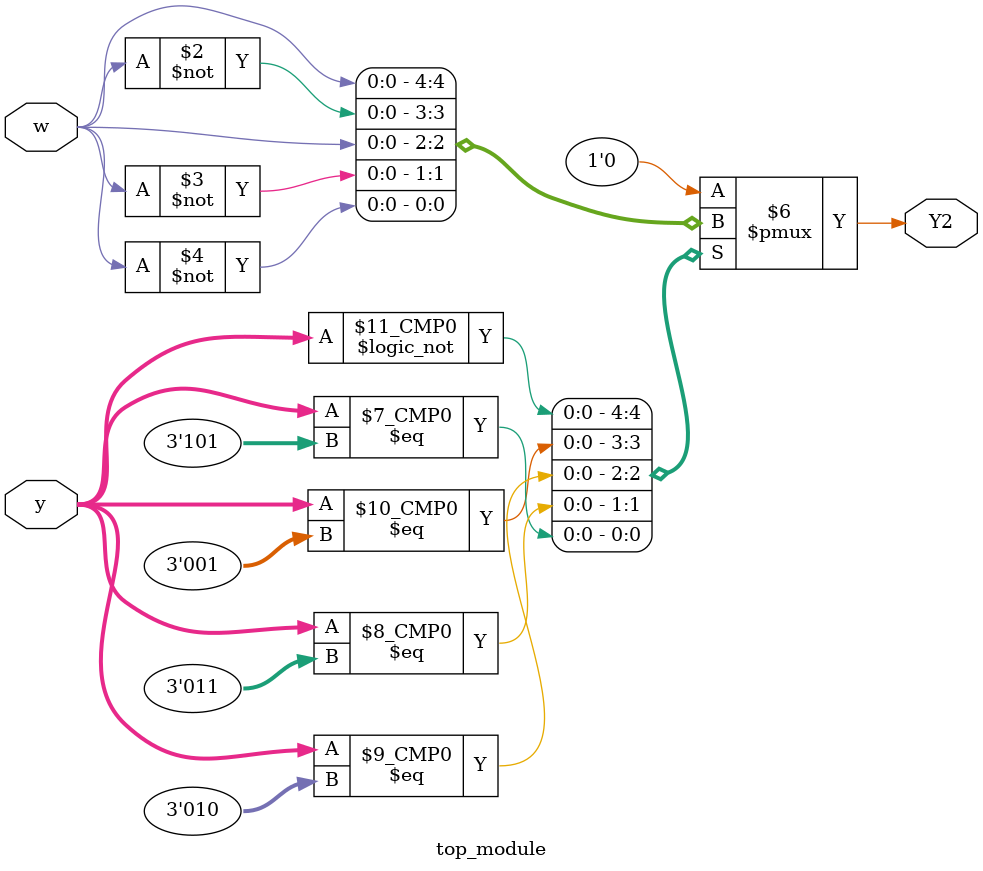
<source format=sv>
module top_module(
    input [3:1] y,
    input w,
    output reg Y2
);

always @(*) begin
    case (y)
        3'b000: begin // State A
            Y2 = w;
        end
        3'b001: begin // State B
            Y2 = ~w;
        end
        3'b010: begin // State C
            Y2 = w;
        end
        3'b011: begin // State D
            Y2 = ~w;
        end
        3'b100: begin // State E
            Y2 = 1'b0;
        end
        3'b101: begin // State F
            Y2 = ~w;
        end
        default: begin
            Y2 = 1'b0;
        end
    endcase
end

endmodule

</source>
